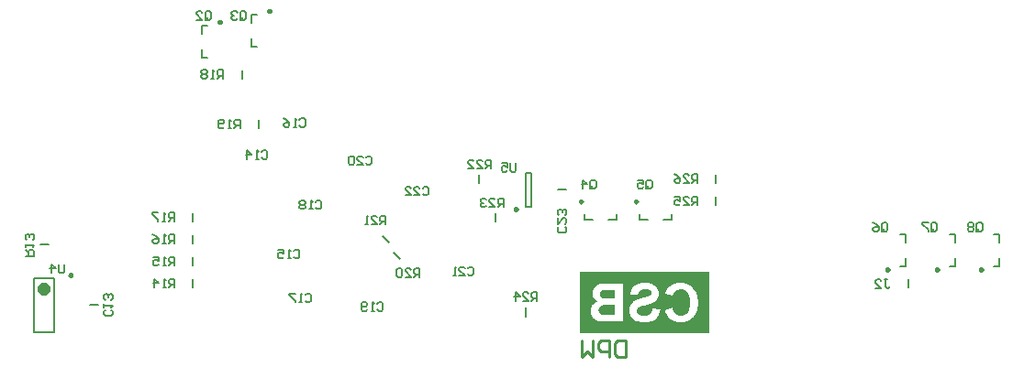
<source format=gbo>
%FSDAX24Y24*%
%MOIN*%
%SFA1B1*%

%IPPOS*%
%ADD35C,0.009800*%
%ADD36C,0.007900*%
%ADD48C,0.010000*%
%ADD63C,0.023600*%
%ADD65C,0.007100*%
%LNpcb2-1*%
%LPD*%
G36*
X045945Y035181D02*
X041254D01*
Y037408*
X045945*
Y035181*
G37*
%LNpcb2-2*%
%LPC*%
G36*
X042808Y036988D02*
X042199D01*
X042163Y036986*
X042123Y036984*
X042083Y036982*
X042044Y036978*
X042010Y036974*
X042006*
X041996Y036972*
X041982Y036968*
X041962Y036962*
X041940Y036954*
X041916Y036944*
X041890Y036932*
X041866Y036916*
X041864Y036914*
X041856Y036908*
X041844Y036898*
X041828Y036886*
X041812Y036868*
X041794Y036848*
X041776Y036825*
X041760Y036799*
X041758Y036795*
X041754Y036787*
X041746Y036771*
X041738Y036751*
X041730Y036727*
X041722Y036701*
X041718Y036669*
X041716Y036637*
Y036635*
Y036633*
Y036621*
X041718Y036603*
X041722Y036579*
X041730Y036551*
X041738Y036521*
X041752Y036491*
X041770Y036459*
X041772Y036455*
X041780Y036444*
X041792Y036430*
X041806Y036412*
X041826Y036394*
X041850Y036372*
X041878Y036354*
X041910Y036336*
X041908*
X041904Y036334*
X041898Y036332*
X041890Y036330*
X041866Y036320*
X041838Y036306*
X041808Y036290*
X041774Y036268*
X041744Y036242*
X041716Y036210*
X041714Y036206*
X041706Y036194*
X041694Y036176*
X041682Y036152*
X041670Y036120*
X041657Y036086*
X041649Y036045*
X041647Y036001*
Y035999*
Y035997*
Y035985*
X041649Y035967*
X041653Y035943*
X041657Y035915*
X041665Y035883*
X041678Y035851*
X041692Y035817*
X041694Y035813*
X041700Y035803*
X041710Y035787*
X041724Y035767*
X041740Y035743*
X041762Y035721*
X041784Y035697*
X041812Y035675*
X041816Y035673*
X041826Y035667*
X041842Y035657*
X041864Y035647*
X041892Y035634*
X041924Y035624*
X041960Y035614*
X042000Y035608*
X042008*
X042016Y035606*
X042036*
X042050Y035604*
X042089*
X042113Y035602*
X042173*
X042207Y035600*
X042808*
Y036988*
G37*
G36*
X043618Y037014D02*
X043594D01*
X043576Y037012*
X043554Y037010*
X043528Y037008*
X043502Y037004*
X043472Y037000*
X043408Y036986*
X043376Y036976*
X043344Y036966*
X043312Y036952*
X043282Y036936*
X043253Y036918*
X043227Y036898*
X043225Y036896*
X043221Y036892*
X043215Y036886*
X043207Y036878*
X043197Y036866*
X043185Y036852*
X043173Y036835*
X043159Y036817*
X043147Y036795*
X043135Y036773*
X043123Y036747*
X043113Y036719*
X043103Y036691*
X043095Y036659*
X043089Y036627*
X043087Y036591*
X043368Y036581*
Y036583*
Y036585*
X043372Y036599*
X043376Y036617*
X043384Y036639*
X043394Y036665*
X043408Y036689*
X043426Y036713*
X043446Y036733*
X043448Y036735*
X043456Y036741*
X043470Y036749*
X043490Y036757*
X043514Y036765*
X043544Y036773*
X043580Y036779*
X043622Y036781*
X043642*
X043664Y036779*
X043691Y036775*
X043721Y036769*
X043753Y036759*
X043783Y036747*
X043811Y036729*
X043813Y036727*
X043817Y036723*
X043825Y036717*
X043833Y036707*
X043841Y036695*
X043849Y036679*
X043853Y036663*
X043855Y036643*
Y036641*
Y036635*
X043853Y036625*
X043849Y036615*
X043845Y036601*
X043839Y036587*
X043829Y036573*
X043815Y036559*
X043813Y036557*
X043803Y036551*
X043797Y036547*
X043787Y036543*
X043777Y036537*
X043763Y036531*
X043747Y036525*
X043729Y036517*
X043707Y036509*
X043685Y036501*
X043656Y036493*
X043626Y036485*
X043594Y036477*
X043558Y036467*
X043556*
X043548Y036465*
X043538Y036463*
X043524Y036459*
X043508Y036455*
X043488Y036449*
X043466Y036442*
X043444Y036436*
X043396Y036420*
X043346Y036404*
X043298Y036386*
X043278Y036376*
X043257Y036366*
X043255*
X043253Y036364*
X043241Y036356*
X043223Y036344*
X043201Y036328*
X043177Y036308*
X043151Y036284*
X043125Y036256*
X043103Y036224*
X043101Y036220*
X043095Y036208*
X043085Y036190*
X043075Y036164*
X043065Y036132*
X043055Y036094*
X043049Y036052*
X043047Y036003*
Y036001*
Y035997*
Y035991*
Y035983*
X043049Y035973*
X043051Y035959*
X043055Y035931*
X043063Y035895*
X043075Y035857*
X043093Y035819*
X043115Y035779*
Y035777*
X043119Y035775*
X043127Y035763*
X043143Y035743*
X043163Y035721*
X043189Y035695*
X043223Y035671*
X043259Y035647*
X043304Y035624*
X043306*
X043310Y035622*
X043316Y035620*
X043326Y035616*
X043338Y035612*
X043352Y035608*
X043368Y035604*
X043386Y035600*
X043408Y035594*
X043430Y035590*
X043482Y035582*
X043540Y035576*
X043604Y035574*
X043630*
X043648Y035576*
X043670Y035578*
X043695Y035580*
X043723Y035584*
X043753Y035590*
X043819Y035604*
X043853Y035614*
X043885Y035624*
X043919Y035638*
X043951Y035655*
X043981Y035673*
X044009Y035695*
X044011Y035697*
X044015Y035701*
X044023Y035707*
X044031Y035717*
X044043Y035731*
X044055Y035747*
X044069Y035765*
X044084Y035785*
X044098Y035809*
X044112Y035835*
X044126Y035865*
X044140Y035897*
X044150Y035931*
X044162Y035969*
X044170Y036009*
X044176Y036052*
X043903Y036078*
Y036076*
X043901Y036072*
Y036064*
X043899Y036056*
X043891Y036031*
X043881Y036001*
X043869Y035967*
X043851Y035933*
X043831Y035903*
X043805Y035875*
X043801Y035873*
X043791Y035865*
X043775Y035855*
X043751Y035843*
X043721Y035831*
X043687Y035821*
X043646Y035813*
X043600Y035811*
X043578*
X043554Y035815*
X043524Y035819*
X043492Y035825*
X043458Y035835*
X043426Y035849*
X043398Y035867*
X043394Y035869*
X043386Y035877*
X043376Y035889*
X043362Y035905*
X043350Y035925*
X043338Y035949*
X043330Y035973*
X043328Y036001*
Y036003*
Y036009*
X043330Y036019*
X043332Y036031*
X043336Y036044*
X043340Y036058*
X043348Y036072*
X043358Y036086*
X043360Y036088*
X043364Y036092*
X043370Y036098*
X043380Y036106*
X043394Y036116*
X043412Y036126*
X043432Y036136*
X043458Y036146*
X043460*
X043468Y036150*
X043482Y036154*
X043492Y036158*
X043504Y036160*
X043518Y036164*
X043534Y036170*
X043552Y036174*
X043572Y036180*
X043596Y036186*
X043622Y036192*
X043650Y036200*
X043683Y036208*
X043685*
X043693Y036210*
X043705Y036214*
X043719Y036218*
X043737Y036224*
X043759Y036230*
X043781Y036238*
X043807Y036246*
X043859Y036266*
X043909Y036290*
X043935Y036302*
X043957Y036316*
X043979Y036330*
X043997Y036344*
X043999Y036346*
X044003Y036350*
X044009Y036356*
X044017Y036364*
X044027Y036376*
X044037Y036390*
X044049Y036404*
X044059Y036422*
X044084Y036465*
X044104Y036513*
X044112Y036539*
X044118Y036565*
X044122Y036595*
X044124Y036625*
Y036627*
Y036629*
Y036635*
Y036643*
X044120Y036663*
X044116Y036689*
X044110Y036719*
X044100Y036753*
X044086Y036789*
X044065Y036823*
Y036825*
X044063Y036827*
X044053Y036839*
X044041Y036856*
X044021Y036876*
X043997Y036898*
X043967Y036922*
X043933Y036944*
X043893Y036964*
X043891*
X043887Y036966*
X043881Y036968*
X043873Y036972*
X043861Y036976*
X043849Y036980*
X043833Y036984*
X043815Y036990*
X043775Y036998*
X043729Y037006*
X043677Y037012*
X043618Y037014*
G37*
G36*
X044904D02*
X044880D01*
X044861Y037012*
X044839Y037010*
X044815Y037006*
X044787Y037002*
X044757Y036996*
X044725Y036988*
X044691Y036978*
X044657Y036966*
X044621Y036950*
X044587Y036934*
X044555Y036914*
X044521Y036890*
X044491Y036864*
X044489*
X044487Y036860*
X044481Y036854*
X044475Y036848*
X044466Y036837*
X044458Y036825*
X044436Y036797*
X044414Y036761*
X044390Y036717*
X044368Y036667*
X044348Y036609*
X044625Y036543*
Y036545*
X044627Y036547*
Y036553*
X044631Y036561*
X044637Y036579*
X044647Y036603*
X044661Y036631*
X044679Y036659*
X044703Y036687*
X044729Y036711*
X044733Y036713*
X044743Y036721*
X044759Y036731*
X044781Y036743*
X044809Y036755*
X044841Y036765*
X044878Y036773*
X044918Y036775*
X044932*
X044944Y036773*
X044956Y036771*
X044972Y036769*
X045006Y036761*
X045046Y036747*
X045088Y036727*
X045110Y036715*
X045130Y036701*
X045150Y036683*
X045168Y036663*
Y036661*
X045172Y036657*
X045176Y036651*
X045182Y036641*
X045190Y036629*
X045198Y036615*
X045206Y036597*
X045214Y036577*
X045224Y036553*
X045232Y036527*
X045240Y036497*
X045248Y036465*
X045254Y036428*
X045258Y036390*
X045260Y036348*
X045262Y036302*
Y036300*
Y036290*
Y036276*
X045260Y036260*
Y036238*
X045256Y036212*
X045254Y036186*
X045250Y036156*
X045238Y036094*
X045222Y036031*
X045212Y036001*
X045198Y035973*
X045184Y035947*
X045168Y035925*
X045166Y035923*
X045164Y035921*
X045158Y035915*
X045150Y035907*
X045130Y035891*
X045102Y035871*
X045068Y035849*
X045026Y035833*
X044978Y035819*
X044952Y035817*
X044924Y035815*
X044914*
X044906Y035817*
X044884Y035819*
X044857Y035823*
X044829Y035833*
X044797Y035845*
X044765Y035861*
X044733Y035885*
X044729Y035889*
X044719Y035899*
X044705Y035915*
X044689Y035939*
X044669Y035971*
X044651Y036009*
X044633Y036056*
X044617Y036110*
X044344Y036025*
Y036023*
X044346Y036015*
X044350Y036003*
X044356Y035987*
X044364Y035969*
X044372Y035947*
X044382Y035923*
X044394Y035897*
X044422Y035843*
X044458Y035787*
X044503Y035733*
X044527Y035709*
X044553Y035687*
X044555Y035685*
X044559Y035683*
X044567Y035677*
X044579Y035669*
X044593Y035661*
X044611Y035653*
X044631Y035642*
X044653Y035632*
X044679Y035620*
X044707Y035610*
X044737Y035602*
X044769Y035594*
X044803Y035586*
X044841Y035580*
X044880Y035578*
X044922Y035576*
X044934*
X044948Y035578*
X044968Y035580*
X044990Y035582*
X045018Y035586*
X045048Y035592*
X045082Y035600*
X045116Y035610*
X045152Y035622*
X045190Y035638*
X045228Y035657*
X045266Y035677*
X045305Y035703*
X045341Y035731*
X045375Y035765*
X045377Y035767*
X045383Y035773*
X045391Y035785*
X045403Y035799*
X045415Y035819*
X045431Y035841*
X045447Y035869*
X045463Y035901*
X045479Y035935*
X045495Y035973*
X045511Y036017*
X045523Y036064*
X045535Y036112*
X045543Y036166*
X045549Y036222*
X045551Y036282*
Y036284*
Y036286*
Y036298*
X045549Y036316*
Y036340*
X045545Y036368*
X045541Y036402*
X045537Y036438*
X045529Y036481*
X045519Y036523*
X045507Y036567*
X045493Y036611*
X045475Y036657*
X045455Y036701*
X045431Y036743*
X045405Y036783*
X045373Y036821*
X045371Y036823*
X045365Y036829*
X045355Y036839*
X045341Y036852*
X045323Y036866*
X045301Y036882*
X045276Y036900*
X045246Y036918*
X045214Y036936*
X045180Y036954*
X045140Y036970*
X045100Y036984*
X045054Y036996*
X045008Y037006*
X044956Y037012*
X044904Y037014*
G37*
%LNpcb2-3*%
%LPD*%
G36*
X042528Y036436D02*
X042259D01*
X042225Y036438*
X042163*
X042151Y036440*
X042139*
X042131Y036442*
X042119Y036444*
X042101Y036451*
X042083Y036457*
X042064Y036465*
X042046Y036475*
X042030Y036489*
X042028Y036491*
X042024Y036497*
X042016Y036505*
X042008Y036519*
X042002Y036535*
X041994Y036553*
X041990Y036575*
X041988Y036599*
Y036601*
Y036609*
X041990Y036621*
X041992Y036637*
X041996Y036653*
X042004Y036669*
X042012Y036687*
X042024Y036703*
X042026Y036705*
X042030Y036709*
X042040Y036717*
X042050Y036725*
X042066Y036733*
X042085Y036741*
X042107Y036747*
X042131Y036751*
X042133*
X042141Y036753*
X042163*
X042175Y036755*
X042227*
X042249Y036757*
X042528*
Y036436*
G37*
G36*
Y035835D02*
X042219D01*
X042189Y035837*
X042157*
X042125Y035839*
X042099Y035841*
X042087*
X042079Y035843*
X042077*
X042069Y035845*
X042056Y035849*
X042042Y035853*
X042026Y035861*
X042008Y035871*
X041992Y035883*
X041976Y035897*
X041974Y035899*
X041970Y035905*
X041964Y035915*
X041956Y035929*
X041948Y035945*
X041942Y035965*
X041938Y035989*
X041936Y036015*
Y036017*
Y036025*
X041938Y036037*
X041940Y036052*
X041944Y036070*
X041950Y036086*
X041958Y036104*
X041968Y036122*
X041970Y036124*
X041974Y036130*
X041980Y036138*
X041990Y036146*
X042002Y036158*
X042018Y036168*
X042036Y036178*
X042056Y036186*
X042058*
X042069Y036190*
X042085Y036192*
X042095Y036194*
X042109Y036196*
X042123Y036198*
X042141Y036200*
X042161Y036202*
X042185*
X042209Y036204*
X042237Y036206*
X042528*
Y035835*
G37*
G54D35*
X038977Y039691D02*
D01*
X038976Y039694*
X038976Y039697*
X038975Y039701*
X038975Y039704*
X038974Y039707*
X038972Y039710*
X038971Y039714*
X038969Y039716*
X038967Y039719*
X038965Y039722*
X038963Y039725*
X038960Y039727*
X038958Y039729*
X038955Y039731*
X038952Y039733*
X038949Y039735*
X038946Y039736*
X038943Y039737*
X038939Y039738*
X038936Y039739*
X038933Y039739*
X038929Y039739*
X038926*
X038922Y039739*
X038919Y039739*
X038916Y039738*
X038912Y039737*
X038909Y039736*
X038906Y039735*
X038903Y039733*
X038900Y039731*
X038897Y039729*
X038895Y039727*
X038892Y039725*
X038890Y039722*
X038888Y039719*
X038886Y039716*
X038884Y039714*
X038883Y039710*
X038881Y039707*
X038880Y039704*
X038880Y039701*
X038879Y039697*
X038879Y039694*
X038879Y039691*
X038879Y039687*
X038879Y039684*
X038880Y039680*
X038880Y039677*
X038881Y039674*
X038883Y039671*
X038884Y039667*
X038886Y039665*
X038888Y039662*
X038890Y039659*
X038892Y039656*
X038895Y039654*
X038897Y039652*
X038900Y039650*
X038903Y039648*
X038906Y039646*
X038909Y039645*
X038912Y039644*
X038916Y039643*
X038919Y039642*
X038922Y039642*
X038926Y039642*
X038929*
X038933Y039642*
X038936Y039642*
X038939Y039643*
X038943Y039644*
X038946Y039645*
X038949Y039646*
X038952Y039648*
X038955Y039650*
X038958Y039652*
X038960Y039654*
X038963Y039656*
X038965Y039659*
X038967Y039662*
X038969Y039665*
X038971Y039667*
X038972Y039671*
X038974Y039674*
X038975Y039677*
X038975Y039680*
X038976Y039684*
X038976Y039687*
X038977Y039691*
X030023Y046909D02*
D01*
X030022Y046912*
X030022Y046915*
X030021Y046919*
X030021Y046922*
X030020Y046925*
X030018Y046928*
X030017Y046932*
X030015Y046934*
X030013Y046937*
X030011Y046940*
X030009Y046943*
X030006Y046945*
X030004Y046947*
X030001Y046949*
X029998Y046951*
X029995Y046953*
X029992Y046954*
X029989Y046955*
X029985Y046956*
X029982Y046957*
X029979Y046957*
X029975Y046957*
X029972*
X029968Y046957*
X029965Y046957*
X029962Y046956*
X029958Y046955*
X029955Y046954*
X029952Y046953*
X029949Y046951*
X029946Y046949*
X029943Y046947*
X029941Y046945*
X029938Y046943*
X029936Y046940*
X029934Y046937*
X029932Y046934*
X029930Y046932*
X029929Y046928*
X029927Y046925*
X029926Y046922*
X029926Y046919*
X029925Y046915*
X029925Y046912*
X029925Y046909*
X029925Y046905*
X029925Y046902*
X029926Y046898*
X029926Y046895*
X029927Y046892*
X029929Y046889*
X029930Y046885*
X029932Y046883*
X029934Y046880*
X029936Y046877*
X029938Y046874*
X029941Y046872*
X029943Y046870*
X029946Y046868*
X029949Y046866*
X029952Y046864*
X029955Y046863*
X029958Y046862*
X029962Y046861*
X029965Y046860*
X029968Y046860*
X029972Y046860*
X029975*
X029979Y046860*
X029982Y046860*
X029985Y046861*
X029989Y046862*
X029992Y046863*
X029995Y046864*
X029998Y046866*
X030001Y046868*
X030004Y046870*
X030006Y046872*
X030009Y046874*
X030011Y046877*
X030013Y046880*
X030015Y046883*
X030017Y046885*
X030018Y046889*
X030020Y046892*
X030021Y046895*
X030021Y046898*
X030022Y046902*
X030022Y046905*
X030023Y046909*
X028223Y046509D02*
D01*
X028222Y046512*
X028222Y046515*
X028221Y046519*
X028221Y046522*
X028220Y046525*
X028218Y046528*
X028217Y046532*
X028215Y046534*
X028213Y046537*
X028211Y046540*
X028209Y046543*
X028206Y046545*
X028204Y046547*
X028201Y046549*
X028198Y046551*
X028195Y046553*
X028192Y046554*
X028189Y046555*
X028185Y046556*
X028182Y046557*
X028179Y046557*
X028175Y046557*
X028172*
X028168Y046557*
X028165Y046557*
X028162Y046556*
X028158Y046555*
X028155Y046554*
X028152Y046553*
X028149Y046551*
X028146Y046549*
X028143Y046547*
X028141Y046545*
X028138Y046543*
X028136Y046540*
X028134Y046537*
X028132Y046534*
X028130Y046532*
X028129Y046528*
X028127Y046525*
X028126Y046522*
X028126Y046519*
X028125Y046515*
X028125Y046512*
X028125Y046509*
X028125Y046505*
X028125Y046502*
X028126Y046498*
X028126Y046495*
X028127Y046492*
X028129Y046489*
X028130Y046485*
X028132Y046483*
X028134Y046480*
X028136Y046477*
X028138Y046474*
X028141Y046472*
X028143Y046470*
X028146Y046468*
X028149Y046466*
X028152Y046464*
X028155Y046463*
X028158Y046462*
X028162Y046461*
X028165Y046460*
X028168Y046460*
X028172Y046460*
X028175*
X028179Y046460*
X028182Y046460*
X028185Y046461*
X028189Y046462*
X028192Y046463*
X028195Y046464*
X028198Y046466*
X028201Y046468*
X028204Y046470*
X028206Y046472*
X028209Y046474*
X028211Y046477*
X028213Y046480*
X028215Y046483*
X028217Y046485*
X028218Y046489*
X028220Y046492*
X028221Y046495*
X028221Y046498*
X028222Y046502*
X028222Y046505*
X028223Y046509*
X041341Y039974D02*
D01*
X041340Y039977*
X041340Y039980*
X041339Y039984*
X041339Y039987*
X041338Y039990*
X041336Y039993*
X041335Y039997*
X041333Y039999*
X041331Y040002*
X041329Y040005*
X041327Y040008*
X041324Y040010*
X041322Y040012*
X041319Y040014*
X041316Y040016*
X041313Y040018*
X041310Y040019*
X041307Y040020*
X041303Y040021*
X041300Y040022*
X041297Y040022*
X041293Y040022*
X041290*
X041286Y040022*
X041283Y040022*
X041280Y040021*
X041276Y040020*
X041273Y040019*
X041270Y040018*
X041267Y040016*
X041264Y040014*
X041261Y040012*
X041259Y040010*
X041256Y040008*
X041254Y040005*
X041252Y040002*
X041250Y039999*
X041248Y039997*
X041247Y039993*
X041245Y039990*
X041244Y039987*
X041244Y039984*
X041243Y039980*
X041243Y039977*
X041243Y039974*
X041243Y039970*
X041243Y039967*
X041244Y039963*
X041244Y039960*
X041245Y039957*
X041247Y039954*
X041248Y039950*
X041250Y039948*
X041252Y039945*
X041254Y039942*
X041256Y039939*
X041259Y039937*
X041261Y039935*
X041264Y039933*
X041267Y039931*
X041270Y039929*
X041273Y039928*
X041276Y039927*
X041280Y039926*
X041283Y039925*
X041286Y039925*
X041290Y039925*
X041293*
X041297Y039925*
X041300Y039925*
X041303Y039926*
X041307Y039927*
X041310Y039928*
X041313Y039929*
X041316Y039931*
X041319Y039933*
X041322Y039935*
X041324Y039937*
X041327Y039939*
X041329Y039942*
X041331Y039945*
X041333Y039948*
X041335Y039950*
X041336Y039954*
X041338Y039957*
X041339Y039960*
X041339Y039963*
X041340Y039967*
X041340Y039970*
X041341Y039974*
X043341D02*
D01*
X043340Y039977*
X043340Y039980*
X043339Y039984*
X043339Y039987*
X043338Y039990*
X043336Y039993*
X043335Y039997*
X043333Y039999*
X043331Y040002*
X043329Y040005*
X043327Y040008*
X043324Y040010*
X043322Y040012*
X043319Y040014*
X043316Y040016*
X043313Y040018*
X043310Y040019*
X043307Y040020*
X043303Y040021*
X043300Y040022*
X043297Y040022*
X043293Y040022*
X043290*
X043286Y040022*
X043283Y040022*
X043280Y040021*
X043276Y040020*
X043273Y040019*
X043270Y040018*
X043267Y040016*
X043264Y040014*
X043261Y040012*
X043259Y040010*
X043256Y040008*
X043254Y040005*
X043252Y040002*
X043250Y039999*
X043248Y039997*
X043247Y039993*
X043245Y039990*
X043244Y039987*
X043244Y039984*
X043243Y039980*
X043243Y039977*
X043243Y039974*
X043243Y039970*
X043243Y039967*
X043244Y039963*
X043244Y039960*
X043245Y039957*
X043247Y039954*
X043248Y039950*
X043250Y039948*
X043252Y039945*
X043254Y039942*
X043256Y039939*
X043259Y039937*
X043261Y039935*
X043264Y039933*
X043267Y039931*
X043270Y039929*
X043273Y039928*
X043276Y039927*
X043280Y039926*
X043283Y039925*
X043286Y039925*
X043290Y039925*
X043293*
X043297Y039925*
X043300Y039925*
X043303Y039926*
X043307Y039927*
X043310Y039928*
X043313Y039929*
X043316Y039931*
X043319Y039933*
X043322Y039935*
X043324Y039937*
X043327Y039939*
X043329Y039942*
X043331Y039945*
X043333Y039948*
X043335Y039950*
X043336Y039954*
X043338Y039957*
X043339Y039960*
X043339Y039963*
X043340Y039967*
X043340Y039970*
X043341Y039974*
X052475Y037491D02*
D01*
X052474Y037494*
X052474Y037497*
X052473Y037501*
X052473Y037504*
X052472Y037507*
X052470Y037510*
X052469Y037514*
X052467Y037516*
X052465Y037519*
X052463Y037522*
X052461Y037525*
X052458Y037527*
X052456Y037529*
X052453Y037531*
X052450Y037533*
X052447Y037535*
X052444Y037536*
X052441Y037537*
X052437Y037538*
X052434Y037539*
X052431Y037539*
X052427Y037539*
X052424*
X052420Y037539*
X052417Y037539*
X052414Y037538*
X052410Y037537*
X052407Y037536*
X052404Y037535*
X052401Y037533*
X052398Y037531*
X052395Y037529*
X052393Y037527*
X052390Y037525*
X052388Y037522*
X052386Y037519*
X052384Y037516*
X052382Y037514*
X052381Y037510*
X052379Y037507*
X052378Y037504*
X052378Y037501*
X052377Y037497*
X052377Y037494*
X052377Y037491*
X052377Y037487*
X052377Y037484*
X052378Y037480*
X052378Y037477*
X052379Y037474*
X052381Y037471*
X052382Y037467*
X052384Y037465*
X052386Y037462*
X052388Y037459*
X052390Y037456*
X052393Y037454*
X052395Y037452*
X052398Y037450*
X052401Y037448*
X052404Y037446*
X052407Y037445*
X052410Y037444*
X052414Y037443*
X052417Y037442*
X052420Y037442*
X052424Y037442*
X052427*
X052431Y037442*
X052434Y037442*
X052437Y037443*
X052441Y037444*
X052444Y037445*
X052447Y037446*
X052450Y037448*
X052453Y037450*
X052456Y037452*
X052458Y037454*
X052461Y037456*
X052463Y037459*
X052465Y037462*
X052467Y037465*
X052469Y037467*
X052470Y037471*
X052472Y037474*
X052473Y037477*
X052473Y037480*
X052474Y037484*
X052474Y037487*
X052475Y037491*
X054275D02*
D01*
X054274Y037494*
X054274Y037497*
X054273Y037501*
X054273Y037504*
X054272Y037507*
X054270Y037510*
X054269Y037514*
X054267Y037516*
X054265Y037519*
X054263Y037522*
X054261Y037525*
X054258Y037527*
X054256Y037529*
X054253Y037531*
X054250Y037533*
X054247Y037535*
X054244Y037536*
X054241Y037537*
X054237Y037538*
X054234Y037539*
X054231Y037539*
X054227Y037539*
X054224*
X054220Y037539*
X054217Y037539*
X054214Y037538*
X054210Y037537*
X054207Y037536*
X054204Y037535*
X054201Y037533*
X054198Y037531*
X054195Y037529*
X054193Y037527*
X054190Y037525*
X054188Y037522*
X054186Y037519*
X054184Y037516*
X054182Y037514*
X054181Y037510*
X054179Y037507*
X054178Y037504*
X054178Y037501*
X054177Y037497*
X054177Y037494*
X054177Y037491*
X054177Y037487*
X054177Y037484*
X054178Y037480*
X054178Y037477*
X054179Y037474*
X054181Y037471*
X054182Y037467*
X054184Y037465*
X054186Y037462*
X054188Y037459*
X054190Y037456*
X054193Y037454*
X054195Y037452*
X054198Y037450*
X054201Y037448*
X054204Y037446*
X054207Y037445*
X054210Y037444*
X054214Y037443*
X054217Y037442*
X054220Y037442*
X054224Y037442*
X054227*
X054231Y037442*
X054234Y037442*
X054237Y037443*
X054241Y037444*
X054244Y037445*
X054247Y037446*
X054250Y037448*
X054253Y037450*
X054256Y037452*
X054258Y037454*
X054261Y037456*
X054263Y037459*
X054265Y037462*
X054267Y037465*
X054269Y037467*
X054270Y037471*
X054272Y037474*
X054273Y037477*
X054273Y037480*
X054274Y037484*
X054274Y037487*
X054275Y037491*
X055875D02*
D01*
X055874Y037494*
X055874Y037497*
X055873Y037501*
X055873Y037504*
X055872Y037507*
X055870Y037510*
X055869Y037514*
X055867Y037516*
X055865Y037519*
X055863Y037522*
X055861Y037525*
X055858Y037527*
X055856Y037529*
X055853Y037531*
X055850Y037533*
X055847Y037535*
X055844Y037536*
X055841Y037537*
X055837Y037538*
X055834Y037539*
X055831Y037539*
X055827Y037539*
X055824*
X055820Y037539*
X055817Y037539*
X055814Y037538*
X055810Y037537*
X055807Y037536*
X055804Y037535*
X055801Y037533*
X055798Y037531*
X055795Y037529*
X055793Y037527*
X055790Y037525*
X055788Y037522*
X055786Y037519*
X055784Y037516*
X055782Y037514*
X055781Y037510*
X055779Y037507*
X055778Y037504*
X055778Y037501*
X055777Y037497*
X055777Y037494*
X055777Y037491*
X055777Y037487*
X055777Y037484*
X055778Y037480*
X055778Y037477*
X055779Y037474*
X055781Y037471*
X055782Y037467*
X055784Y037465*
X055786Y037462*
X055788Y037459*
X055790Y037456*
X055793Y037454*
X055795Y037452*
X055798Y037450*
X055801Y037448*
X055804Y037446*
X055807Y037445*
X055810Y037444*
X055814Y037443*
X055817Y037442*
X055820Y037442*
X055824Y037442*
X055827*
X055831Y037442*
X055834Y037442*
X055837Y037443*
X055841Y037444*
X055844Y037445*
X055847Y037446*
X055850Y037448*
X055853Y037450*
X055856Y037452*
X055858Y037454*
X055861Y037456*
X055863Y037459*
X055865Y037462*
X055867Y037465*
X055869Y037467*
X055870Y037471*
X055872Y037474*
X055873Y037477*
X055873Y037480*
X055874Y037484*
X055874Y037487*
X055875Y037491*
X022804Y037285D02*
D01*
X022803Y037288*
X022803Y037291*
X022802Y037295*
X022802Y037298*
X022801Y037301*
X022799Y037304*
X022798Y037308*
X022796Y037310*
X022794Y037313*
X022792Y037316*
X022790Y037319*
X022787Y037321*
X022785Y037323*
X022782Y037325*
X022779Y037327*
X022776Y037329*
X022773Y037330*
X022770Y037331*
X022766Y037332*
X022763Y037333*
X022760Y037333*
X022756Y037333*
X022753*
X022749Y037333*
X022746Y037333*
X022743Y037332*
X022739Y037331*
X022736Y037330*
X022733Y037329*
X022730Y037327*
X022727Y037325*
X022724Y037323*
X022722Y037321*
X022719Y037319*
X022717Y037316*
X022715Y037313*
X022713Y037310*
X022711Y037308*
X022710Y037304*
X022708Y037301*
X022707Y037298*
X022707Y037295*
X022706Y037291*
X022706Y037288*
X022706Y037285*
X022706Y037281*
X022706Y037278*
X022707Y037274*
X022707Y037271*
X022708Y037268*
X022710Y037265*
X022711Y037261*
X022713Y037259*
X022715Y037256*
X022717Y037253*
X022719Y037250*
X022722Y037248*
X022724Y037246*
X022727Y037244*
X022730Y037242*
X022733Y037240*
X022736Y037239*
X022739Y037238*
X022743Y037237*
X022746Y037236*
X022749Y037236*
X022753Y037236*
X022756*
X022760Y037236*
X022763Y037236*
X022766Y037237*
X022770Y037238*
X022773Y037239*
X022776Y037240*
X022779Y037242*
X022782Y037244*
X022785Y037246*
X022787Y037248*
X022790Y037250*
X022792Y037253*
X022794Y037256*
X022796Y037259*
X022798Y037261*
X022799Y037265*
X022801Y037268*
X022802Y037271*
X022802Y037274*
X022803Y037278*
X022803Y037281*
X022804Y037285*
G54D36*
X039291Y035787D02*
Y036102D01*
X053200Y036843D02*
Y037157D01*
X040450Y040400D02*
X040750D01*
X039498Y039790D02*
Y041010D01*
X039302Y039790D02*
Y041010D01*
X039498*
X039302Y039790D02*
X039498D01*
X037600Y040643D02*
Y040957D01*
X038200Y039243D02*
Y039557D01*
X034089Y038711D02*
X034311Y038489D01*
X034489Y038111D02*
X034711Y037889D01*
X029600Y042643D02*
Y042957D01*
X029000Y044443D02*
Y044757D01*
X029324Y046791D02*
X029521D01*
X029324Y046476D02*
Y046791D01*
Y045609D02*
X029521D01*
X029324D02*
Y045924D01*
X027524Y046391D02*
X027721D01*
X027524Y046076D02*
Y046391D01*
Y045209D02*
X027721D01*
X027524D02*
Y045524D01*
X021643Y038400D02*
X021957D01*
X023450Y036200D02*
X023750D01*
X027200Y039243D02*
Y039557D01*
Y036843D02*
Y037157D01*
Y037643D02*
Y037957D01*
Y038443D02*
Y038757D01*
X046200Y039843D02*
Y040157D01*
Y040643D02*
Y040957D01*
X041409Y039324D02*
Y039521D01*
Y039324D02*
X041724D01*
X042591D02*
Y039521D01*
X042276Y039324D02*
X042591D01*
X043409D02*
Y039521D01*
Y039324D02*
X043724D01*
X044591D02*
Y039521D01*
X044276Y039324D02*
X044591D01*
X052879Y037609D02*
X053076D01*
Y037924*
X052879Y038791D02*
X053076D01*
Y038476D02*
Y038791D01*
X054679Y037609D02*
X054876D01*
Y037924*
X054679Y038791D02*
X054876D01*
Y038476D02*
Y038791D01*
X056279Y037609D02*
X056476D01*
Y037924*
X056279Y038791D02*
X056476D01*
Y038476D02*
Y038791D01*
X022164Y035216D02*
Y037184D01*
X021436Y035216D02*
Y037184D01*
X022164*
X021436Y035216D02*
X022164D01*
G54D48*
X042923Y034911D02*
Y034311D01*
X042623*
X042523Y034411*
Y034811*
X042623Y034911*
X042923*
X042323Y034311D02*
Y034911D01*
X042024*
X041924Y034811*
Y034611*
X042024Y034511*
X042323*
X041724Y034911D02*
Y034311D01*
X041524Y034511*
X041324Y034311*
Y034911*
G54D63*
X021889Y036791D02*
D01*
X021888Y036799*
X021887Y036807*
X021886Y036815*
X021884Y036823*
X021881Y036831*
X021878Y036838*
X021875Y036846*
X021871Y036853*
X021866Y036860*
X021861Y036866*
X021855Y036872*
X021849Y036878*
X021843Y036883*
X021836Y036888*
X021830Y036893*
X021822Y036897*
X021815Y036900*
X021807Y036903*
X021799Y036905*
X021791Y036907*
X021783Y036908*
X021775Y036908*
X021766*
X021758Y036908*
X021750Y036907*
X021742Y036905*
X021734Y036903*
X021726Y036900*
X021719Y036897*
X021712Y036893*
X021705Y036888*
X021698Y036883*
X021692Y036878*
X021686Y036872*
X021680Y036866*
X021675Y036860*
X021670Y036853*
X021666Y036846*
X021663Y036838*
X021660Y036831*
X021657Y036823*
X021655Y036815*
X021654Y036807*
X021653Y036799*
X021653Y036791*
X021653Y036782*
X021654Y036774*
X021655Y036766*
X021657Y036758*
X021660Y036750*
X021663Y036743*
X021666Y036735*
X021670Y036728*
X021675Y036721*
X021680Y036715*
X021686Y036709*
X021692Y036703*
X021698Y036698*
X021705Y036693*
X021712Y036688*
X021719Y036684*
X021726Y036681*
X021734Y036678*
X021742Y036676*
X021750Y036674*
X021758Y036673*
X021766Y036673*
X021775*
X021783Y036673*
X021791Y036674*
X021799Y036676*
X021807Y036678*
X021815Y036681*
X021822Y036684*
X021830Y036688*
X021836Y036693*
X021843Y036698*
X021849Y036703*
X021855Y036709*
X021861Y036715*
X021866Y036721*
X021871Y036728*
X021875Y036735*
X021878Y036743*
X021881Y036750*
X021884Y036758*
X021886Y036766*
X021887Y036774*
X021888Y036782*
X021889Y036791*
G54D65*
X035545Y040458D02*
X035597Y040510D01*
X035702*
X035755Y040458*
Y040248*
X035702Y040195*
X035597*
X035545Y040248*
X035230Y040195D02*
X035440D01*
X035230Y040405*
Y040458*
X035282Y040510*
X035387*
X035440Y040458*
X034915Y040195D02*
X035125D01*
X034915Y040405*
Y040458*
X034967Y040510*
X035072*
X035125Y040458*
X033481Y041571D02*
X033534Y041624D01*
X033638*
X033691Y041571*
Y041362*
X033638Y041309*
X033534*
X033481Y041362*
X033166Y041309D02*
X033376D01*
X033166Y041519*
Y041571*
X033219Y041624*
X033324*
X033376Y041571*
X033061D02*
X033009Y041624D01*
X032904*
X032851Y041571*
Y041362*
X032904Y041309*
X033009*
X033061Y041362*
Y041571*
X039705Y036348D02*
Y036663D01*
X039547*
X039495Y036611*
Y036506*
X039547Y036453*
X039705*
X039600D02*
X039495Y036348D01*
X039180D02*
X039390D01*
X039180Y036558*
Y036611*
X039232Y036663*
X039337*
X039390Y036611*
X038918Y036348D02*
Y036663D01*
X039075Y036506*
X038865*
X052310Y037126D02*
X052415D01*
X052362*
Y036864*
X052415Y036811*
X052467*
X052520Y036864*
X051995Y036811D02*
X052205D01*
X051995Y037021*
Y037073*
X052047Y037126*
X052152*
X052205Y037073*
X022530Y037687D02*
Y037425D01*
X022477Y037372*
X022372*
X022320Y037425*
Y037687*
X022057Y037372D02*
Y037687D01*
X022215Y037529*
X022005*
X038937Y041368D02*
Y041106D01*
X038885Y041053*
X038780*
X038727Y041106*
Y041368*
X038412D02*
X038622D01*
Y041211*
X038517Y041263*
X038465*
X038412Y041211*
Y041106*
X038465Y041053*
X038570*
X038622Y041106*
X021112Y037992D02*
X021427D01*
Y038150*
X021375Y038202*
X021270*
X021217Y038150*
Y037992*
Y038097D02*
X021112Y038202D01*
Y038307D02*
Y038412D01*
Y038359*
X021427*
X021375Y038307*
Y038569D02*
X021427Y038622D01*
Y038727*
X021375Y038779*
X021322*
X021270Y038727*
Y038674*
Y038727*
X021217Y038779*
X021165*
X021112Y038727*
Y038622*
X021165Y038569*
X035434Y037217D02*
Y037532D01*
X035277*
X035224Y037480*
Y037375*
X035277Y037322*
X035434*
X035329D02*
X035224Y037217D01*
X034909D02*
X035119D01*
X034909Y037427*
Y037480*
X034962Y037532*
X035067*
X035119Y037480*
X034804D02*
X034752Y037532D01*
X034647*
X034594Y037480*
Y037270*
X034647Y037217*
X034752*
X034804Y037270*
Y037480*
X034203Y039134D02*
Y039449D01*
X034045*
X033993Y039396*
Y039291*
X034045Y039239*
X034203*
X034098D02*
X033993Y039134D01*
X033678D02*
X033888D01*
X033678Y039344*
Y039396*
X033730Y039449*
X033835*
X033888Y039396*
X033573Y039134D02*
X033468D01*
X033521*
Y039449*
X033573Y039396*
X028907Y042638D02*
Y042953D01*
X028750*
X028698Y042900*
Y042795*
X028750Y042743*
X028907*
X028803D02*
X028698Y042638D01*
X028593D02*
X028488D01*
X028540*
Y042953*
X028593Y042900*
X028330Y042690D02*
X028278Y042638D01*
X028173*
X028120Y042690*
Y042900*
X028173Y042953*
X028278*
X028330Y042900*
Y042848*
X028278Y042795*
X028120*
X028287Y044449D02*
Y044764D01*
X028130*
X028077Y044711*
Y044606*
X028130Y044554*
X028287*
X028182D02*
X028077Y044449D01*
X027973D02*
X027868D01*
X027920*
Y044764*
X027973Y044711*
X027710D02*
X027658Y044764D01*
X027553*
X027500Y044711*
Y044659*
X027553Y044606*
X027500Y044554*
Y044501*
X027553Y044449*
X027658*
X027710Y044501*
Y044554*
X027658Y044606*
X027710Y044659*
Y044711*
X027658Y044606D02*
X027553D01*
X045532Y040650D02*
Y040964D01*
X045374*
X045322Y040912*
Y040807*
X045374Y040755*
X045532*
X045427D02*
X045322Y040650D01*
X045007D02*
X045217D01*
X045007Y040860*
Y040912*
X045059Y040964*
X045164*
X045217Y040912*
X044692Y040964D02*
X044797Y040912D01*
X044902Y040807*
Y040702*
X044849Y040650*
X044744*
X044692Y040702*
Y040755*
X044744Y040807*
X044902*
X045532Y039833D02*
Y040148D01*
X045374*
X045322Y040095*
Y039990*
X045374Y039938*
X045532*
X045427D02*
X045322Y039833D01*
X045007D02*
X045217D01*
X045007Y040043*
Y040095*
X045059Y040148*
X045164*
X045217Y040095*
X044692Y040148D02*
X044902D01*
Y039990*
X044797Y040043*
X044744*
X044692Y039990*
Y039885*
X044744Y039833*
X044849*
X044902Y039885*
X038484Y039764D02*
Y040079D01*
X038327*
X038274Y040026*
Y039921*
X038327Y039869*
X038484*
X038379D02*
X038274Y039764D01*
X037959D02*
X038169D01*
X037959Y039974*
Y040026*
X038012Y040079*
X038117*
X038169Y040026*
X037855D02*
X037802Y040079D01*
X037697*
X037645Y040026*
Y039974*
X037697Y039921*
X037750*
X037697*
X037645Y039869*
Y039816*
X037697Y039764*
X037802*
X037855Y039816*
X038031Y041171D02*
Y041486D01*
X037874*
X037822Y041434*
Y041329*
X037874Y041276*
X038031*
X037927D02*
X037822Y041171D01*
X037507D02*
X037717D01*
X037507Y041381*
Y041434*
X037559Y041486*
X037664*
X037717Y041434*
X037192Y041171D02*
X037402D01*
X037192Y041381*
Y041434*
X037244Y041486*
X037349*
X037402Y041434*
X026535Y037638D02*
Y037953D01*
X026378*
X026326Y037900*
Y037795*
X026378Y037743*
X026535*
X026430D02*
X026326Y037638D01*
X026221D02*
X026116D01*
X026168*
Y037953*
X026221Y037900*
X025748Y037953D02*
X025958D01*
Y037795*
X025853Y037848*
X025801*
X025748Y037795*
Y037690*
X025801Y037638*
X025906*
X025958Y037690*
X026535Y036841D02*
Y037155D01*
X026378*
X026326Y037103*
Y036998*
X026378Y036946*
X026535*
X026430D02*
X026326Y036841D01*
X026221D02*
X026116D01*
X026168*
Y037155*
X026221Y037103*
X025801Y036841D02*
Y037155D01*
X025958Y036998*
X025748*
X026526Y038445D02*
Y038760D01*
X026368*
X026316Y038707*
Y038602*
X026368Y038550*
X026526*
X026421D02*
X026316Y038445D01*
X026211D02*
X026106D01*
X026158*
Y038760*
X026211Y038707*
X025738Y038760D02*
X025843Y038707D01*
X025948Y038602*
Y038497*
X025896Y038445*
X025791*
X025738Y038497*
Y038550*
X025791Y038602*
X025948*
X026518Y039254D02*
Y039569D01*
X026360*
X026308Y039516*
Y039411*
X026360Y039359*
X026518*
X026413D02*
X026308Y039254D01*
X026203D02*
X026098D01*
X026150*
Y039569*
X026203Y039516*
X025940Y039569D02*
X025731D01*
Y039516*
X025940Y039306*
Y039254*
X052221Y038930D02*
Y039140D01*
X052274Y039193*
X052379*
X052431Y039140*
Y038930*
X052379Y038878*
X052274*
X052326Y038983D02*
X052221Y038878D01*
X052274D02*
X052221Y038930D01*
X051906Y039193D02*
X052011Y039140D01*
X052116Y039035*
Y038930*
X052064Y038878*
X051959*
X051906Y038930*
Y038983*
X051959Y039035*
X052116*
X055666Y038930D02*
Y039140D01*
X055719Y039193*
X055824*
X055876Y039140*
Y038930*
X055824Y038878*
X055719*
X055771Y038983D02*
X055666Y038878D01*
X055719D02*
X055666Y038930D01*
X055561Y039140D02*
X055509Y039193D01*
X055404*
X055351Y039140*
Y039088*
X055404Y039035*
X055351Y038983*
Y038930*
X055404Y038878*
X055509*
X055561Y038930*
Y038983*
X055509Y039035*
X055561Y039088*
Y039140*
X055509Y039035D02*
X055404D01*
X054013Y038930D02*
Y039140D01*
X054065Y039193*
X054170*
X054222Y039140*
Y038930*
X054170Y038878*
X054065*
X054117Y038983D02*
X054013Y038878D01*
X054065D02*
X054013Y038930D01*
X053908Y039193D02*
X053698D01*
Y039140*
X053908Y038930*
Y038878*
X027644Y046637D02*
Y046847D01*
X027697Y046899*
X027802*
X027854Y046847*
Y046637*
X027802Y046585*
X027697*
X027749Y046690D02*
X027644Y046585D01*
X027697D02*
X027644Y046637D01*
X027330Y046585D02*
X027539D01*
X027330Y046795*
Y046847*
X027382Y046899*
X027487*
X027539Y046847*
X028914Y046637D02*
Y046847D01*
X028967Y046899*
X029072*
X029124Y046847*
Y046637*
X029072Y046585*
X028967*
X029019Y046690D02*
X028914Y046585D01*
X028967D02*
X028914Y046637D01*
X028809Y046847D02*
X028757Y046899D01*
X028652*
X028599Y046847*
Y046795*
X028652Y046742*
X028704*
X028652*
X028599Y046690*
Y046637*
X028652Y046585*
X028757*
X028809Y046637*
X041631Y040495D02*
Y040705D01*
X041683Y040758*
X041788*
X041841Y040705*
Y040495*
X041788Y040443*
X041683*
X041736Y040548D02*
X041631Y040443D01*
X041683D02*
X041631Y040495D01*
X041368Y040443D02*
Y040758D01*
X041526Y040600*
X041316*
X043668Y040495D02*
Y040705D01*
X043721Y040758*
X043825*
X043878Y040705*
Y040495*
X043825Y040443*
X043721*
X043773Y040548D02*
X043668Y040443D01*
X043721D02*
X043668Y040495D01*
X043353Y040758D02*
X043563D01*
Y040600*
X043458Y040653*
X043406*
X043353Y040600*
Y040495*
X043406Y040443*
X043511*
X043563Y040495*
X024229Y036017D02*
X024281Y035965D01*
Y035860*
X024229Y035807*
X024019*
X023967Y035860*
Y035965*
X024019Y036017*
X023967Y036122D02*
Y036227D01*
Y036174*
X024281*
X024229Y036122*
Y036384D02*
X024281Y036437D01*
Y036542*
X024229Y036594*
X024176*
X024124Y036542*
Y036489*
Y036542*
X024071Y036594*
X024019*
X023967Y036542*
Y036437*
X024019Y036384*
X033894Y036247D02*
X033947Y036299D01*
X034052*
X034104Y036247*
Y036037*
X034052Y035984*
X033947*
X033894Y036037*
X033789Y035984D02*
X033685D01*
X033737*
Y036299*
X033789Y036247*
X033527Y036037D02*
X033475Y035984D01*
X033370*
X033317Y036037*
Y036247*
X033370Y036299*
X033475*
X033527Y036247*
Y036194*
X033475Y036142*
X033317*
X031650Y039957D02*
X031703Y040010D01*
X031808*
X031860Y039957*
Y039747*
X031808Y039695*
X031703*
X031650Y039747*
X031545Y039695D02*
X031440D01*
X031493*
Y040010*
X031545Y039957*
X031283D02*
X031231Y040010D01*
X031126*
X031073Y039957*
Y039905*
X031126Y039852*
X031073Y039800*
Y039747*
X031126Y039695*
X031231*
X031283Y039747*
Y039800*
X031231Y039852*
X031283Y039905*
Y039957*
X031231Y039852D02*
X031126D01*
X030863Y038166D02*
X030915Y038218D01*
X031020*
X031073Y038166*
Y037956*
X031020Y037904*
X030915*
X030863Y037956*
X030758Y037904D02*
X030653D01*
X030705*
Y038218*
X030758Y038166*
X030286Y038218D02*
X030496D01*
Y038061*
X030391Y038113*
X030338*
X030286Y038061*
Y037956*
X030338Y037904*
X030443*
X030496Y037956*
X031276Y036562D02*
X031329Y036614D01*
X031434*
X031486Y036562*
Y036352*
X031434Y036299*
X031329*
X031276Y036352*
X031171Y036299D02*
X031066D01*
X031119*
Y036614*
X031171Y036562*
X030909Y036614D02*
X030699D01*
Y036562*
X030909Y036352*
Y036299*
X037182Y037536D02*
X037234Y037588D01*
X037339*
X037392Y037536*
Y037326*
X037339Y037274*
X037234*
X037182Y037326*
X036867Y037274D02*
X037077D01*
X036867Y037484*
Y037536*
X036919Y037588*
X037024*
X037077Y037536*
X036762Y037274D02*
X036657D01*
X036710*
Y037588*
X036762Y037536*
X031070Y042949D02*
X031122Y043002D01*
X031227*
X031280Y042949*
Y042739*
X031227Y042687*
X031122*
X031070Y042739*
X030965Y042687D02*
X030860D01*
X030912*
Y043002*
X030965Y042949*
X030492Y043002D02*
X030597Y042949D01*
X030702Y042844*
Y042739*
X030650Y042687*
X030545*
X030492Y042739*
Y042792*
X030545Y042844*
X030702*
X029692Y041778D02*
X029744Y041831D01*
X029849*
X029902Y041778*
Y041568*
X029849Y041516*
X029744*
X029692Y041568*
X029587Y041516D02*
X029482D01*
X029534*
Y041831*
X029587Y041778*
X029167Y041516D02*
Y041831D01*
X029324Y041673*
X029114*
X040715Y039048D02*
X040768Y038996D01*
Y038891*
X040715Y038839*
X040505*
X040453Y038891*
Y038996*
X040505Y039048*
X040453Y039363D02*
Y039153D01*
X040663Y039363*
X040715*
X040768Y039311*
Y039206*
X040715Y039153*
Y039468D02*
X040768Y039521D01*
Y039626*
X040715Y039678*
X040663*
X040610Y039626*
Y039573*
Y039626*
X040558Y039678*
X040505*
X040453Y039626*
Y039521*
X040505Y039468*
M02*
</source>
